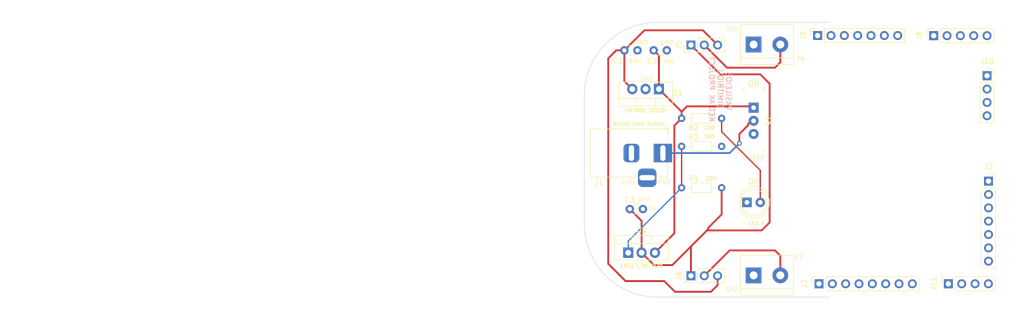
<source format=kicad_pcb>
(kicad_pcb (version 20211014) (generator pcbnew)
  (layers (0 "F.Cu" signal) (31 "B.Cu" signal) (34 "B.Paste" user) (35 "F.Paste" user) (36 "B.SilkS" user "B.Silkscreen") (37 "F.SilkS" user "F.Silkscreen") (38 "B.Mask" user) (39 "F.Mask" user) (44 "Edge.Cuts" user))
  (net 0 "")
  (net 1 "/12V")
  (net 2 "GND")
  (net 3 "/5V")
  (net 4 "/3.3V")
  (net 5 "Net-(D1-Pad2)")
  (net 6 "/PWR_INPUT")
  (net 7 "/PWR_OUT_TOP")
  (net 8 "/PWR_OUT_BOTTOM")
  (net 9 "Net-(R1-Pad1)")
  (net 12 "/Connectors/5V")
  (net 13 "/Connectors/GND")
  (net 14 "/Connectors/SCL")
  (net 15 "/Connectors/SDA")
  (net 27 "/Connectors/A0_MQ7")
  (footprint "Connector_PinSocket_2.54mm:PinSocket_1x04_P2.54mm_Vertical" (layer "F.Cu") (at 240.538 94.488 90)
    (fp_text reference "J11" (at 0 -2.77 90) (layer "F.SilkS"))
    (fp_text value "Conn_01x04_Male")
    (fp_line (start 1.33 1.27) (end 1.33 8.95) (layer "F.SilkS") (width 0.12))
    (fp_line (start -1.33 1.27) (end -1.33 8.95) (layer "F.SilkS") (width 0.12))
    (fp_line (start 0 -1.33) (end 1.33 -1.33) (layer "F.SilkS") (width 0.12))
    (fp_line (start -1.33 1.27) (end 1.33 1.27) (layer "F.SilkS") (width 0.12))
    (fp_line (start 1.33 -1.33) (end 1.33 0) (layer "F.SilkS") (width 0.12))
    (fp_line (start -1.33 8.95) (end 1.33 8.95) (layer "F.SilkS") (width 0.12))
    (pad "1" thru_hole rect locked (at 0 0 90) (size 1.7 1.7) (drill 1) (layers *.Cu *.Mask) (net 12 "/Connectors/5V"))
    (pad "2" thru_hole oval locked (at 0 2.54 90) (size 1.7 1.7) (drill 1) (layers *.Cu *.Mask) (net 13 "/Connectors/GND"))
    (pad "3" thru_hole oval locked (at 0 5.08 90) (size 1.7 1.7) (drill 1) (layers *.Cu *.Mask) (net 14 "/Connectors/SCL"))
    (pad "4" thru_hole oval locked (at 0 7.62 90) (size 1.7 1.7) (drill 1) (layers *.Cu *.Mask) (net 15 "/Connectors/SDA"))
  )
  (footprint "Capacitor_THT:C_Disc_D3.0mm_W1.6mm_P2.50mm" (layer "F.Cu") (at 184.424 50.038)
    (fp_text reference "C1" (at -0.274 2.032) (layer "F.SilkS"))
    (fp_text value "10u" (at 2.774 2.032) (layer "F.SilkS") (effects (font (size 0.7 0.7))))
    (fp_line (start 0.621 0.92) (end 1.879 0.92) (layer "F.SilkS") (width 0.12))
    (fp_line (start 0.621 -0.92) (end 1.879 -0.92) (layer "F.SilkS") (width 0.12))
    (pad "1" thru_hole circle locked (at 0 0) (size 1.6 1.6) (drill 0.8) (layers *.Cu *.Mask) (net 1 "/12V"))
    (pad "2" thru_hole circle locked (at 2.5 0) (size 1.6 1.6) (drill 0.8) (layers *.Cu *.Mask) (net 2 "GND"))
  )
  (footprint "TerminalBlock:TerminalBlock_bornier-2_P5.08mm" (layer "F.Cu") (at 203.454 92.8822)
    (fp_text reference "J7" (at 8.636 -3.4742) (layer "F.SilkS"))
    (fp_text value "Screw_Terminal_01x02" hide)
    (fp_line (start 7.62 -3.81) (end -2.54 -3.81) (layer "F.SilkS") (width 0.12))
    (fp_line (start 7.62 3.81) (end 7.62 -3.81) (layer "F.SilkS") (width 0.12))
    (fp_line (start -2.54 3.81) (end 7.62 3.81) (layer "F.SilkS") (width 0.12))
    (fp_line (start -2.54 -3.81) (end -2.54 3.81) (layer "F.SilkS") (width 0.12))
    (fp_line (start 7.62 2.54) (end -2.54 2.54) (layer "F.SilkS") (width 0.12))
    (pad "1" thru_hole rect locked (at 0 0) (size 3 3) (drill 1.52) (layers *.Cu *.Mask) (net 2 "GND"))
    (pad "2" thru_hole circle locked (at 5.08 0) (size 3 3) (drill 1.52) (layers *.Cu *.Mask) (net 8 "/PWR_OUT_BOTTOM"))
  )
  (footprint "Connector_PinSocket_2.54mm:PinSocket_1x08_P2.54mm_Vertical" (layer "F.Cu") (at 215.9 94.488 90)
    (fp_text reference "J3" (at 0 -2.77 90) (layer "F.SilkS"))
    (fp_text value "Conn_01x08_Male")
    (fp_line (start 1.33 -1.33) (end 1.33 0) (layer "F.SilkS") (width 0.12))
    (fp_line (start -1.33 19.11) (end 1.33 19.11) (layer "F.SilkS") (width 0.12))
    (fp_line (start 0 -1.33) (end 1.33 -1.33) (layer "F.SilkS") (width 0.12))
    (fp_line (start -1.33 1.27) (end -1.33 19.11) (layer "F.SilkS") (width 0.12))
    (fp_line (start 1.33 1.27) (end 1.33 19.11) (layer "F.SilkS") (width 0.12))
    (fp_line (start -1.33 1.27) (end 1.33 1.27) (layer "F.SilkS") (width 0.12))
    (pad "1" thru_hole rect locked (at 0 0 90) (size 1.7 1.7) (drill 1) (layers *.Cu *.Mask) (net 12 "/Connectors/5V"))
    (pad "2" thru_hole oval locked (at 0 2.54 90) (size 1.7 1.7) (drill 1) (layers *.Cu *.Mask) (net 13 "/Connectors/GND"))
    (pad "3" thru_hole oval locked (at 0 5.08 90) (size 1.7 1.7) (drill 1) (layers *.Cu *.Mask) (net 14 "/Connectors/SCL"))
    (pad "4" thru_hole oval locked (at 0 7.62 90) (size 1.7 1.7) (drill 1) (layers *.Cu *.Mask) (net 15 "/Connectors/SDA"))
    (pad "5" thru_hole oval locked (at 0 10.16 90) (size 1.7 1.7) (drill 1) (layers *.Cu *.Mask))
    (pad "6" thru_hole oval locked (at 0 12.7 90) (size 1.7 1.7) (drill 1) (layers *.Cu *.Mask))
    (pad "7" thru_hole oval locked (at 0 15.24 90) (size 1.7 1.7) (drill 1) (layers *.Cu *.Mask))
    (pad "8" thru_hole oval locked (at 0 17.78 90) (size 1.7 1.7) (drill 1) (layers *.Cu *.Mask))
  )
  (footprint "Resistor_THT:R_Axial_DIN0204_L3.6mm_D1.6mm_P7.62mm_Horizontal" (layer "F.Cu") (at 189.738 76.2)
    (fp_text reference "R1" (at 2.286 -1.778) (layer "F.SilkS"))
    (fp_text value "330" (at 5.588 -1.778) (layer "F.SilkS") (effects (font (size 0.7 0.7))))
    (fp_line (start 1.89 -0.92) (end 1.89 0.92) (layer "F.SilkS") (width 0.12))
    (fp_line (start 6.68 0) (end 5.73 0) (layer "F.SilkS") (width 0.12))
    (fp_line (start 5.73 0.92) (end 5.73 -0.92) (layer "F.SilkS") (width 0.12))
    (fp_line (start 5.73 -0.92) (end 1.89 -0.92) (layer "F.SilkS") (width 0.12))
    (fp_line (start 1.89 0.92) (end 5.73 0.92) (layer "F.SilkS") (width 0.12))
    (fp_line (start 0.94 0) (end 1.89 0) (layer "F.SilkS") (width 0.12))
    (pad "1" thru_hole circle locked (at 0 0) (size 1.4 1.4) (drill 0.7) (layers *.Cu *.Mask) (net 9 "Net-(R1-Pad1)"))
    (pad "2" thru_hole oval locked (at 7.62 0) (size 1.4 1.4) (drill 0.7) (layers *.Cu *.Mask) (net 4 "/3.3V"))
  )
  (footprint "Capacitor_THT:C_Disc_D3.0mm_W1.6mm_P2.50mm" (layer "F.Cu") (at 178.836 50.038)
    (fp_text reference "C2" (at -1.29 2.032) (layer "F.SilkS"))
    (fp_text value "0.1u" (at 2.012 2.032) (layer "F.SilkS") (effects (font (size 0.7 0.7))))
    (fp_line (start 0.621 -0.92) (end 1.879 -0.92) (layer "F.SilkS") (width 0.12))
    (fp_line (start 0.621 0.92) (end 1.879 0.92) (layer "F.SilkS") (width 0.12))
    (pad "1" thru_hole circle locked (at 0 0) (size 1.6 1.6) (drill 0.8) (layers *.Cu *.Mask) (net 3 "/5V"))
    (pad "2" thru_hole circle locked (at 2.5 0) (size 1.6 1.6) (drill 0.8) (layers *.Cu *.Mask) (net 2 "GND"))
  )
  (footprint "TerminalBlock:TerminalBlock_bornier-2_P5.08mm" (layer "F.Cu") (at 203.454 48.931)
    (fp_text reference "J4" (at 8.89 2.631) (layer "F.SilkS"))
    (fp_text value "Screw_Terminal_01x02" hide)
    (fp_line (start 7.62 -3.81) (end -2.54 -3.81) (layer "F.SilkS") (width 0.12))
    (fp_line (start 7.62 2.54) (end -2.54 2.54) (layer "F.SilkS") (width 0.12))
    (fp_line (start -2.54 3.81) (end 7.62 3.81) (layer "F.SilkS") (width 0.12))
    (fp_line (start -2.54 -3.81) (end -2.54 3.81) (layer "F.SilkS") (width 0.12))
    (fp_line (start 7.62 3.81) (end 7.62 -3.81) (layer "F.SilkS") (width 0.12))
    (pad "1" thru_hole rect locked (at 0 0) (size 3 3) (drill 1.52) (layers *.Cu *.Mask) (net 2 "GND"))
    (pad "2" thru_hole circle locked (at 5.08 0) (size 3 3) (drill 1.52) (layers *.Cu *.Mask) (net 7 "/PWR_OUT_TOP"))
  )
  (footprint "Connector_PinSocket_2.54mm:PinSocket_1x07_P2.54mm_Vertical" (layer "F.Cu") (at 215.646 47.219 90)
    (fp_text reference "J9" (at 0 -2.77 90) (layer "F.SilkS"))
    (fp_text value "Conn_01x07_Male")
    (fp_line (start 1.33 -1.33) (end 1.33 0) (layer "F.SilkS") (width 0.12))
    (fp_line (start -1.33 1.27) (end -1.33 16.57) (layer "F.SilkS") (width 0.12))
    (fp_line (start -1.33 16.57) (end 1.33 16.57) (layer "F.SilkS") (width 0.12))
    (fp_line (start 0 -1.33) (end 1.33 -1.33) (layer "F.SilkS") (width 0.12))
    (fp_line (start -1.33 1.27) (end 1.33 1.27) (layer "F.SilkS") (width 0.12))
    (fp_line (start 1.33 1.27) (end 1.33 16.57) (layer "F.SilkS") (width 0.12))
    (pad "1" thru_hole rect locked (at 0 0 90) (size 1.7 1.7) (drill 1) (layers *.Cu *.Mask) (net 12 "/Connectors/5V"))
    (pad "2" thru_hole oval locked (at 0 2.54 90) (size 1.7 1.7) (drill 1) (layers *.Cu *.Mask))
    (pad "3" thru_hole oval locked (at 0 5.08 90) (size 1.7 1.7) (drill 1) (layers *.Cu *.Mask) (net 13 "/Connectors/GND"))
    (pad "4" thru_hole oval locked (at 0 7.62 90) (size 1.7 1.7) (drill 1) (layers *.Cu *.Mask) (net 14 "/Connectors/SCL"))
    (pad "5" thru_hole oval locked (at 0 10.16 90) (size 1.7 1.7) (drill 1) (layers *.Cu *.Mask) (net 15 "/Connectors/SDA"))
    (pad "6" thru_hole oval locked (at 0 12.7 90) (size 1.7 1.7) (drill 1) (layers *.Cu *.Mask))
    (pad "7" thru_hole oval locked (at 0 15.24 90) (size 1.7 1.7) (drill 1) (layers *.Cu *.Mask))
  )
  (footprint "Capacitor_THT:C_Disc_D3.0mm_W1.6mm_P2.50mm" (layer "F.Cu") (at 179.872 80.264)
    (fp_text reference "C3" (at -0.04 -1.778) (layer "F.SilkS"))
    (fp_text value "1u" (at 4.278 -0.254) (layer "F.SilkS") (effects (font (size 0.7 0.7))))
    (fp_line (start 0.621 -0.92) (end 1.879 -0.92) (layer "F.SilkS") (width 0.12))
    (fp_line (start 0.621 0.92) (end 1.879 0.92) (layer "F.SilkS") (width 0.12))
    (pad "1" thru_hole circle locked (at 0 0) (size 1.6 1.6) (drill 0.8) (layers *.Cu *.Mask) (net 4 "/3.3V"))
    (pad "2" thru_hole circle locked (at 2.5 0) (size 1.6 1.6) (drill 0.8) (layers *.Cu *.Mask) (net 2 "GND"))
  )
  (footprint "LED_THT:LED_D5.0mm" (layer "F.Cu") (at 202.179 78.994)
    (fp_text reference "D1" (at 1.27 -3.96) (layer "F.SilkS"))
    (fp_text value "LED" (at 1.27 3.96) (layer "F.SilkS") (effects (font (size 0.7 0.7))))
    (fp_line (start -1.29 -1.545) (end -1.29 1.545) (layer "F.SilkS") (width 0.12))
    (fp_arc (start 4.26 -0.000462) (mid 2.072002 2.880433) (end -1.29 1.54483) (layer "F.SilkS") (width 0.12))
    (fp_arc (start -1.29 -1.54483) (mid 2.072002 -2.880433) (end 4.26 0.000462) (layer "F.SilkS") (width 0.12))
    (fp_circle (center 1.27 0) (end 3.77 0) (layer "F.SilkS") (width 0.12) (fill none))
    (pad "1" thru_hole rect locked (at 0 0) (size 1.8 1.8) (drill 0.9) (layers *.Cu *.Mask) (net 2 "GND"))
    (pad "2" thru_hole circle locked (at 2.54 0) (size 1.8 1.8) (drill 0.9) (layers *.Cu *.Mask) (net 5 "Net-(D1-Pad2)"))
  )
  (footprint "Package_TO_SOT_THT:TO-220-3_Vertical" (layer "F.Cu") (at 185.42 57.404 180)
    (fp_text reference "U1" (at -3.556 -0.762) (layer "F.SilkS"))
    (fp_text value "LM7805_TO220" (at 2.54 -4.064) (layer "F.SilkS") (effects (font (size 0.7 0.7))))
    (fp_line (start -2.58 -3.27) (end -2.58 1.371) (layer "F.SilkS") (width 0.12))
    (fp_line (start -2.58 -1.76) (end 7.66 -1.76) (layer "F.SilkS") (width 0.12))
    (fp_line (start -2.58 1.371) (end 7.66 1.371) (layer "F.SilkS") (width 0.12))
    (fp_line (start 7.66 -3.27) (end 7.66 1.371) (layer "F.SilkS") (width 0.12))
    (fp_line (start 0.69 -3.27) (end 0.69 -1.76) (layer "F.SilkS") (width 0.12))
    (fp_line (start 4.391 -3.27) (end 4.391 -1.76) (layer "F.SilkS") (width 0.12))
    (fp_line (start -2.58 -3.27) (end 7.66 -3.27) (layer "F.SilkS") (width 0.12))
    (pad "1" thru_hole rect locked (at 0 0 180) (size 1.905 2) (drill 1.1) (layers *.Cu *.Mask) (net 1 "/12V"))
    (pad "2" thru_hole oval locked (at 2.54 0 180) (size 1.905 2) (drill 1.1) (layers *.Cu *.Mask) (net 2 "GND"))
    (pad "3" thru_hole oval locked (at 5.08 0 180) (size 1.905 2) (drill 1.1) (layers *.Cu *.Mask) (net 3 "/5V"))
  )
  (footprint "Resistor_THT:R_Axial_DIN0204_L3.6mm_D1.6mm_P7.62mm_Horizontal" (layer "F.Cu") (at 197.358 68.326 180)
    (fp_text reference "R3" (at 5.334 1.778) (layer "F.SilkS"))
    (fp_text value "560" (at 2.286 1.92) (layer "F.SilkS") (effects (font (size 0.7 0.7))))
    (fp_line (start 6.68 0) (end 5.73 0) (layer "F.SilkS") (width 0.12))
    (fp_line (start 5.73 -0.92) (end 1.89 -0.92) (layer "F.SilkS") (width 0.12))
    (fp_line (start 1.89 -0.92) (end 1.89 0.92) (layer "F.SilkS") (width 0.12))
    (fp_line (start 0.94 0) (end 1.89 0) (layer "F.SilkS") (width 0.12))
    (fp_line (start 5.73 0.92) (end 5.73 -0.92) (layer "F.SilkS") (width 0.12))
    (fp_line (start 1.89 0.92) (end 5.73 0.92) (layer "F.SilkS") (width 0.12))
    (pad "1" thru_hole circle locked (at 0 0 180) (size 1.4 1.4) (drill 0.7) (layers *.Cu *.Mask) (net 2 "GND"))
    (pad "2" thru_hole oval locked (at 7.62 0 180) (size 1.4 1.4) (drill 0.7) (layers *.Cu *.Mask) (net 9 "Net-(R1-Pad1)"))
  )
  (footprint "Resistor_THT:R_Axial_DIN0204_L3.6mm_D1.6mm_P7.62mm_Horizontal" (layer "F.Cu") (at 197.358 62.992 180)
    (fp_text reference "R2" (at 5.334 -1.778) (layer "F.SilkS"))
    (fp_text value "330" (at 2.286 -1.778) (layer "F.SilkS") (effects (font (size 0.7 0.7))))
    (fp_line (start 1.89 0.92) (end 5.73 0.92) (layer "F.SilkS") (width 0.12))
    (fp_line (start 5.73 -0.92) (end 1.89 -0.92) (layer "F.SilkS") (width 0.12))
    (fp_line (start 0.94 0) (end 1.89 0) (layer "F.SilkS") (width 0.12))
    (fp_line (start 6.68 0) (end 5.73 0) (layer "F.SilkS") (width 0.12))
    (fp_line (start 5.73 0.92) (end 5.73 -0.92) (layer "F.SilkS") (width 0.12))
    (fp_line (start 1.89 -0.92) (end 1.89 0.92) (layer "F.SilkS") (width 0.12))
    (pad "1" thru_hole circle locked (at 0 0 180) (size 1.4 1.4) (drill 0.7) (layers *.Cu *.Mask) (net 5 "Net-(D1-Pad2)"))
    (pad "2" thru_hole oval locked (at 7.62 0 180) (size 1.4 1.4) (drill 0.7) (layers *.Cu *.Mask) (net 1 "/12V"))
  )
  (footprint "Connector_PinHeader_2.54mm:PinHeader_1x03_P2.54mm_Vertical" (layer "F.Cu") (at 191.516 49.022 90)
    (fp_text reference "J5" (at 0 -2.33 90) (layer "F.SilkS"))
    (fp_text value "Conn_01x03_Male" hide)
    (fp_line (start -1.33 1.27) (end -1.33 6.41) (layer "F.SilkS") (width 0.12))
    (fp_line (start -1.33 -1.33) (end 0 -1.33) (layer "F.SilkS") (width 0.12))
    (fp_line (start -1.33 0) (end -1.33 -1.33) (layer "F.SilkS") (width 0.12))
    (fp_line (start 1.33 1.27) (end 1.33 6.41) (layer "F.SilkS") (width 0.12))
    (fp_line (start -1.33 6.41) (end 1.33 6.41) (layer "F.SilkS") (width 0.12))
    (fp_line (start -1.33 1.27) (end 1.33 1.27) (layer "F.SilkS") (width 0.12))
    (pad "1" thru_hole rect locked (at 0 0 90) (size 1.7 1.7) (drill 1) (layers *.Cu *.Mask) (net 4 "/3.3V"))
    (pad "2" thru_hole oval locked (at 0 2.54 90) (size 1.7 1.7) (drill 1) (layers *.Cu *.Mask) (net 7 "/PWR_OUT_TOP"))
    (pad "3" thru_hole oval locked (at 0 5.08 90) (size 1.7 1.7) (drill 1) (layers *.Cu *.Mask) (net 3 "/5V"))
  )
  (footprint "digkey_slide_switch:Switch_Slide_11.6x4mm_EG1218" (layer "F.Cu") (at 203.454 60.96 -90)
    (fp_text reference "S1" (at 2.49 -3.02 -90) (layer "F.SilkS"))
    (fp_text value "EG1218")
    (fp_line (start -3.6 2.1) (end -3.1 2.1) (layer "F.SilkS") (width 0.1))
    (fp_line (start 8.3 -2.1) (end 8.3 -1.6) (layer "F.SilkS") (width 0.1))
    (fp_line (start 8.3 2.1) (end 8.3 1.6) (layer "F.SilkS") (width 0.1))
    (fp_line (start 8.3 -2.1) (end 7.8 -2.1) (layer "F.SilkS") (width 0.1))
    (fp_line (start 8.3 2.1) (end 7.8 2.1) (layer "F.SilkS") (width 0.1))
    (fp_line (start -3.6 -2.1) (end -3.6 -1.6) (layer "F.SilkS") (width 0.1))
    (fp_line (start -3.6 -2.1) (end -3.1 -2.1) (layer "F.SilkS") (width 0.1))
    (fp_line (start -3.6 2.1) (end -3.6 1.6) (layer "F.SilkS") (width 0.1))
    (pad "1" thru_hole rect locked (at 0 0 270) (size 1.9 1.9) (drill 0.9) (layers *.Cu *.Mask) (net 1 "/12V"))
    (pad "2" thru_hole circle locked (at 2.5 0 270) (size 1.9 1.9) (drill 0.9) (layers *.Cu *.Mask) (net 6 "/PWR_INPUT"))
    (pad "3" thru_hole circle locked (at 5 0 270) (size 1.9 1.9) (drill 0.9) (layers *.Cu *.Mask))
  )
  (footprint "Connector_PinSocket_2.54mm:PinSocket_1x04_P2.54mm_Vertical" (layer "F.Cu") (at 247.904 54.874)
    (fp_text reference "J10" (at 0 -2.77) (layer "F.SilkS"))
    (fp_text value "Conn_01x04_Male")
    (fp_line (start -1.33 1.27) (end 1.33 1.27) (layer "F.SilkS") (width 0.12))
    (fp_line (start -1.33 1.27) (end -1.33 8.95) (layer "F.SilkS") (width 0.12))
    (fp_line (start 1.33 -1.33) (end 1.33 0) (layer "F.SilkS") (width 0.12))
    (fp_line (start -1.33 8.95) (end 1.33 8.95) (layer "F.SilkS") (width 0.12))
    (fp_line (start 1.33 1.27) (end 1.33 8.95) (layer "F.SilkS") (width 0.12))
    (fp_line (start 0 -1.33) (end 1.33 -1.33) (layer "F.SilkS") (width 0.12))
    (pad "1" thru_hole rect locked (at 0 0) (size 1.7 1.7) (drill 1) (layers *.Cu *.Mask) (net 12 "/Connectors/5V"))
    (pad "2" thru_hole oval locked (at 0 2.54) (size 1.7 1.7) (drill 1) (layers *.Cu *.Mask) (net 13 "/Connectors/GND"))
    (pad "3" thru_hole oval locked (at 0 5.08) (size 1.7 1.7) (drill 1) (layers *.Cu *.Mask))
    (pad "4" thru_hole oval locked (at 0 7.62) (size 1.7 1.7) (drill 1) (layers *.Cu *.Mask) (net 27 "/Connectors/A0_MQ7"))
  )
  (footprint "Connector_PinHeader_2.54mm:PinHeader_1x03_P2.54mm_Vertical" (layer "F.Cu") (at 191.516 92.964 90)
    (fp_text reference "J6" (at 0 -2.33 90) (layer "F.SilkS"))
    (fp_text value "Conn_01x03_Male" hide)
    (fp_line (start -1.33 1.27) (end -1.33 6.41) (layer "F.SilkS") (width 0.12))
    (fp_line (start -1.33 -1.33) (end 0 -1.33) (layer "F.SilkS") (width 0.12))
    (fp_line (start -1.33 6.41) (end 1.33 6.41) (layer "F.SilkS") (width 0.12))
    (fp_line (start -1.33 1.27) (end 1.33 1.27) (layer "F.SilkS") (width 0.12))
    (fp_line (start -1.33 0) (end -1.33 -1.33) (layer "F.SilkS") (width 0.12))
    (fp_line (start 1.33 1.27) (end 1.33 6.41) (layer "F.SilkS") (width 0.12))
    (pad "1" thru_hole rect locked (at 0 0 90) (size 1.7 1.7) (drill 1) (layers *.Cu *.Mask) (net 4 "/3.3V"))
    (pad "2" thru_hole oval locked (at 0 2.54 90) (size 1.7 1.7) (drill 1) (layers *.Cu *.Mask) (net 8 "/PWR_OUT_BOTTOM"))
    (pad "3" thru_hole oval locked (at 0 5.08 90) (size 1.7 1.7) (drill 1) (layers *.Cu *.Mask) (net 3 "/5V"))
  )
  (footprint "Connector_PinSocket_2.54mm:PinSocket_1x07_P2.54mm_Vertical" (layer "F.Cu") (at 248.183 74.95)
    (fp_text reference "J2" (at 0 -2.77) (layer "F.SilkS"))
    (fp_text value "Conn_01x07_Male")
    (fp_line (start 1.33 1.27) (end 1.33 16.57) (layer "F.SilkS") (width 0.12))
    (fp_line (start -1.33 1.27) (end 1.33 1.27) (layer "F.SilkS") (width 0.12))
    (fp_line (start 0 -1.33) (end 1.33 -1.33) (layer "F.SilkS") (width 0.12))
    (fp_line (start -1.33 16.57) (end 1.33 16.57) (layer "F.SilkS") (width 0.12))
    (fp_line (start -1.33 1.27) (end -1.33 16.57) (layer "F.SilkS") (width 0.12))
    (fp_line (start 1.33 -1.33) (end 1.33 0) (layer "F.SilkS") (width 0.12))
    (pad "1" thru_hole rect locked (at 0 0) (size 1.7 1.7) (drill 1) (layers *.Cu *.Mask) (net 12 "/Connectors/5V"))
    (pad "2" thru_hole oval locked (at 0 2.54) (size 1.7 1.7) (drill 1) (layers *.Cu *.Mask))
    (pad "3" thru_hole oval locked (at 0 5.08) (size 1.7 1.7) (drill 1) (layers *.Cu *.Mask) (net 13 "/Connectors/GND"))
    (pad "4" thru_hole oval locked (at 0 7.62) (size 1.7 1.7) (drill 1) (layers *.Cu *.Mask) (net 14 "/Connectors/SCL"))
    (pad "5" thru_hole oval locked (at 0 10.16) (size 1.7 1.7) (drill 1) (layers *.Cu *.Mask))
    (pad "6" thru_hole oval locked (at 0 12.7) (size 1.7 1.7) (drill 1) (layers *.Cu *.Mask) (net 15 "/Connectors/SDA"))
    (pad "7" thru_hole oval locked (at 0 15.24) (size 1.7 1.7) (drill 1) (layers *.Cu *.Mask))
  )
  (footprint "Package_TO_SOT_THT:TO-220-3_Vertical" (layer "F.Cu") (at 179.578 88.575)
    (fp_text reference "U2" (at 2.54 -4.27) (layer "F.SilkS"))
    (fp_text value "LM317_TO-220" (at 2.54 2.5) (layer "F.SilkS") (effects (font (size 0.7 0.7))))
    (fp_line (start 0.69 -3.27) (end 0.69 -1.76) (layer "F.SilkS") (width 0.12))
    (fp_line (start -2.58 -3.27) (end 7.66 -3.27) (layer "F.SilkS") (width 0.12))
    (fp_line (start 4.391 -3.27) (end 4.391 -1.76) (layer "F.SilkS") (width 0.12))
    (fp_line (start -2.58 1.371) (end 7.66 1.371) (layer "F.SilkS") (width 0.12))
    (fp_line (start -2.58 -1.76) (end 7.66 -1.76) (layer "F.SilkS") (width 0.12))
    (fp_line (start 7.66 -3.27) (end 7.66 1.371) (layer "F.SilkS") (width 0.12))
    (fp_line (start -2.58 -3.27) (end -2.58 1.371) (layer "F.SilkS") (width 0.12))
    (pad "1" thru_hole rect locked (at 0 0) (size 1.905 2) (drill 1.1) (layers *.Cu *.Mask) (net 9 "Net-(R1-Pad1)"))
    (pad "2" thru_hole oval locked (at 2.54 0) (size 1.905 2) (drill 1.1) (layers *.Cu *.Mask) (net 4 "/3.3V"))
    (pad "3" thru_hole oval locked (at 5.08 0) (size 1.905 2) (drill 1.1) (layers *.Cu *.Mask) (net 1 "/12V"))
  )
  (footprint "Connector_PinSocket_2.54mm:PinSocket_1x05_P2.54mm_Vertical" (layer "F.Cu") (at 237.744 47.244 90)
    (fp_text reference "J8" (at 0 -2.77 90) (layer "F.SilkS"))
    (fp_text value "Conn_01x05_Male")
    (fp_line (start -1.33 1.27) (end 1.33 1.27) (layer "F.SilkS") (width 0.12))
    (fp_line (start 0 -1.33) (end 1.33 -1.33) (layer "F.SilkS") (width 0.12))
    (fp_line (start 1.33 1.27) (end 1.33 11.49) (layer "F.SilkS") (width 0.12))
    (fp_line (start -1.33 11.49) (end 1.33 11.49) (layer "F.SilkS") (width 0.12))
    (fp_line (start -1.33 1.27) (end -1.33 11.49) (layer "F.SilkS") (width 0.12))
    (fp_line (start 1.33 -1.33) (end 1.33 0) (layer "F.SilkS") (width 0.12))
    (pad "1" thru_hole rect locked (at 0 0 90) (size 1.7 1.7) (drill 1) (layers *.Cu *.Mask) (net 12 "/Connectors/5V"))
    (pad "2" thru_hole oval locked (at 0 2.54 90) (size 1.7 1.7) (drill 1) (layers *.Cu *.Mask))
    (pad "3" thru_hole oval locked (at 0 5.08 90) (size 1.7 1.7) (drill 1) (layers *.Cu *.Mask) (net 13 "/Connectors/GND"))
    (pad "4" thru_hole oval locked (at 0 7.62 90) (size 1.7 1.7) (drill 1) (layers *.Cu *.Mask) (net 14 "/Connectors/SCL"))
    (pad "5" thru_hole oval locked (at 0 10.16 90) (size 1.7 1.7) (drill 1) (layers *.Cu *.Mask) (net 15 "/Connectors/SDA"))
  )
  (footprint "Connector_BarrelJack:BarrelJack_Horizontal" (layer "F.Cu") (at 186.182 69.596)
    (fp_text reference "J1" (at -12.192 5.75) (layer "F.SilkS"))
    (fp_text value "Barrel_Jack_Switch" (at -4.572 -5.588) (layer "F.SilkS") (effects (font (size 0.7 0.7))))
    (fp_line (start -13.8 4.6) (end -13.8 -4.6) (layer "F.SilkS") (width 0.12))
    (fp_line (start 0.9 1.9) (end 0.9 4.6) (layer "F.SilkS") (width 0.12))
    (fp_line (start -5 4.6) (end -13.8 4.6) (layer "F.SilkS") (width 0.12))
    (fp_line (start 1.1 -3.75) (end 1.1 -4.8) (layer "F.SilkS") (width 0.12))
    (fp_line (start 0.05 -4.8) (end 1.1 -4.8) (layer "F.SilkS") (width 0.12))
    (fp_line (start 0.9 -4.6) (end 0.9 -2) (layer "F.SilkS") (width 0.12))
    (fp_line (start -13.8 -4.6) (end 0.9 -4.6) (layer "F.SilkS") (width 0.12))
    (fp_line (start 0.9 4.6) (end -1 4.6) (layer "F.SilkS") (width 0.12))
    (pad "1" thru_hole rect locked (at 0 0) (size 3.5 3.5) (drill oval 1 3) (layers *.Cu *.Mask) (net 6 "/PWR_INPUT"))
    (pad "2" thru_hole roundrect locked (at -6 0) (size 3 3.5) (drill oval 1 3) (layers *.Cu *.Mask) (net 2 "GND"))
    (pad "3" thru_hole roundrect locked (at -3 4.7) (size 3.5 3.5) (drill oval 3 1) (layers *.Cu *.Mask) (net 2 "GND"))
  )
  (gr_line (start 171.196 83.058) (end 171.196 58.674) (layer "Edge.Cuts") (width 0.1))
  (gr_arc (start 185.166 97.028) (mid 175.287718 92.936282) (end 171.196 83.058) (layer "Edge.Cuts") (width 0.1))
  (gr_arc (start 171.196 58.674) (mid 175.377918 48.706335) (end 185.419958 44.706309) (layer "Edge.Cuts") (width 0.1))
  (gr_line (start 217.932 97.028) (end 185.166 97.028) (layer "Edge.Cuts") (width 0.1))
  (gr_line (start 217.932 44.704) (end 185.419958 44.706309) (layer "Edge.Cuts") (width 0.1))
  (gr_text "VASILEIOS \nDIMITRIOU\nKEDIAK PROJECT" (at 197.104 57.404 270) (layer "B.SilkS") (effects (font (size 1 1)) (justify mirror)))
  (gr_text "-" (at 201.676 82.804) (layer "F.SilkS") (effects (font (size 1 1))))
  (gr_text "GND" (at 186.436 75.184) (layer "F.SilkS") (effects (font (size 0.8 0.8) (thickness 0.1))))
  (gr_text "GND" (at 183.134 55.372) (layer "F.SilkS") (effects (font (size 0.8 0.8) (thickness 0.1))))
  (gr_text "GND" (at 199.39 45.974) (layer "F.SilkS") (effects (font (size 0.8 0.8) (thickness 0.1))))
  (gr_text "GND" (at 179.578 75.184) (layer "F.SilkS") (effects (font (size 0.8 0.8) (thickness 0.1))))
  (gr_text "+" (at 205.232 82.804) (layer "F.SilkS") (effects (font (size 1 1))))
  (gr_text "OFF" (at 204.216 70.612) (layer "F.SilkS") (effects (font (size 1 1))))
  (gr_text "GND" (at 199.39 95.504) (layer "F.SilkS") (effects (font (size 0.8 0.8) (thickness 0.1))))
  (gr_text "ON" (at 203.454 56.388) (layer "F.SilkS") (effects (font (size 1 1))))
  (gr_text "GND" (at 182.118 48.514) (layer "F.SilkS") (effects (font (size 0.8 0.8) (thickness 0.1))))
  (gr_text "GND" (at 182.626 78.486) (layer "F.SilkS") (effects (font (size 0.8 0.8) (thickness 0.1))))
  (gr_text "GND" (at 186.944 48.514) (layer "F.SilkS") (effects (font (size 0.8 0.8) (thickness 0.1))))
  (segment (start 203.2 60.706) (end 203.454 60.96) (width 0.35) (layer "F.Cu") (net 1))
  (segment (start 185.42 57.404) (end 185.42 51.034) (width 0.35) (layer "F.Cu") (net 1))
  (segment (start 189.738 61.722) (end 190.754 60.706) (width 0.35) (layer "F.Cu") (net 1))
  (segment (start 185.42 57.404) (end 189.738 61.722) (width 0.35) (layer "F.Cu") (net 1))
  (segment (start 188.356511 84.876489) (end 184.658 88.575) (width 0.35) (layer "F.Cu") (net 1))
  (segment (start 185.42 51.034) (end 184.424 50.038) (width 0.35) (layer "F.Cu") (net 1))
  (segment (start 189.738 61.722) (end 189.738 62.992) (width 0.35) (layer "F.Cu") (net 1))
  (segment (start 190.754 60.706) (end 203.2 60.706) (width 0.35) (layer "F.Cu") (net 1))
  (segment (start 188.356511 64.373489) (end 188.356511 84.876489) (width 0.35) (layer "F.Cu") (net 1))
  (segment (start 189.738 62.992) (end 188.356511 64.373489) (width 0.35) (layer "F.Cu") (net 1))
  (segment (start 196.596 94.742) (end 196.596 92.964) (width 0.35) (layer "F.Cu") (net 3))
  (segment (start 178.836 50.038) (end 177.292 50.038) (width 0.35) (layer "F.Cu") (net 3))
  (segment (start 178.836 50.038) (end 178.836 55.9) (width 0.35) (layer "F.Cu") (net 3))
  (segment (start 182.646 46.228) (end 193.802 46.228) (width 0.35) (layer "F.Cu") (net 3))
  (segment (start 178.836 55.9) (end 180.34 57.404) (width 0.35) (layer "F.Cu") (net 3))
  (segment (start 178.836 50.038) (end 182.646 46.228) (width 0.35) (layer "F.Cu") (net 3))
  (segment (start 175.768 90.678) (end 179.07 93.98) (width 0.35) (layer "F.Cu") (net 3))
  (segment (start 179.07 93.98) (end 186.436 93.98) (width 0.35) (layer "F.Cu") (net 3))
  (segment (start 188.468 96.012) (end 195.326 96.012) (width 0.35) (layer "F.Cu") (net 3))
  (segment (start 186.436 93.98) (end 188.468 96.012) (width 0.35) (layer "F.Cu") (net 3))
  (segment (start 193.802 46.228) (end 196.596 49.022) (width 0.35) (layer "F.Cu") (net 3))
  (segment (start 177.292 50.038) (end 175.768 51.562) (width 0.35) (layer "F.Cu") (net 3))
  (segment (start 175.768 51.562) (end 175.768 90.678) (width 0.35) (layer "F.Cu") (net 3))
  (segment (start 195.326 96.012) (end 196.596 94.742) (width 0.35) (layer "F.Cu") (net 3))
  (segment (start 184.475 90.932) (end 187.96 90.932) (width 0.35) (layer "F.Cu") (net 4))
  (segment (start 204.724 54.61) (end 206.502 56.388) (width 0.35) (layer "F.Cu") (net 4))
  (segment (start 197.104 54.61) (end 204.724 54.61) (width 0.35) (layer "F.Cu") (net 4))
  (segment (start 182.118 82.51) (end 182.118 88.575) (width 0.35) (layer "F.Cu") (net 4))
  (segment (start 187.96 90.932) (end 191.516 87.376) (width 0.35) (layer "F.Cu") (net 4))
  (segment (start 194.818 84.074) (end 194.818 83.82) (width 0.35) (layer "F.Cu") (net 4))
  (segment (start 194.564 84.328) (end 191.516 87.376) (width 0.35) (layer "F.Cu") (net 4))
  (segment (start 191.516 49.022) (end 197.104 54.61) (width 0.35) (layer "F.Cu") (net 4))
  (segment (start 206.502 56.388) (end 206.502 82.804) (width 0.35) (layer "F.Cu") (net 4))
  (segment (start 179.872 80.264) (end 182.118 82.51) (width 0.35) (layer "F.Cu") (net 4))
  (segment (start 197.358 76.2) (end 197.358 81.28) (width 0.35) (layer "F.Cu") (net 4))
  (segment (start 197.358 81.28) (end 194.818 83.82) (width 0.35) (layer "F.Cu") (net 4))
  (segment (start 191.516 87.376) (end 191.516 92.964) (width 0.35) (layer "F.Cu") (net 4))
  (segment (start 204.978 84.328) (end 194.564 84.328) (width 0.35) (layer "F.Cu") (net 4))
  (segment (start 194.564 84.328) (end 194.818 84.074) (width 0.35) (layer "F.Cu") (net 4))
  (segment (start 206.502 82.804) (end 204.978 84.328) (width 0.35) (layer "F.Cu") (net 4))
  (segment (start 182.118 88.575) (end 184.475 90.932) (width 0.35) (layer "F.Cu") (net 4))
  (segment (start 204.719 72.893) (end 197.358 65.532) (width 0.25) (layer "F.Cu") (net 5))
  (segment (start 204.719 78.994) (end 204.719 72.893) (width 0.25) (layer "F.Cu") (net 5))
  (segment (start 197.358 65.532) (end 197.358 62.992) (width 0.25) (layer "F.Cu") (net 5))
  (segment (start 202.986 63.46) (end 203.454 63.46) (width 0.35) (layer "F.Cu") (net 6))
  (segment (start 200.73501 67.74299) (end 200.73501 65.96499) (width 0.35) (layer "F.Cu") (net 6))
  (segment (start 202.438 64.008) (end 202.986 63.46) (width 0.35) (layer "F.Cu") (net 6))
  (segment (start 202.438 64.262) (end 202.438 64.008) (width 0.35) (layer "F.Cu") (net 6))
  (segment (start 200.73501 65.96499) (end 202.438 64.262) (width 0.35) (layer "F.Cu") (net 6))
  (via (at 200.73501 67.74299) (size 0.9) (drill 0.5) (layers "F.Cu" "B.Cu") (net 6))
  (segment (start 200.73501 67.74299) (end 198.882 69.596) (width 0.35) (layer "B.Cu") (net 6))
  (segment (start 198.882 69.596) (end 186.182 69.596) (width 0.35) (layer "B.Cu") (net 6))
  (segment (start 208.874 49.271) (end 208.534 48.931) (width 0.35) (layer "F.Cu") (net 7))
  (segment (start 207.518 53.34) (end 208.534 52.324) (width 0.35) (layer "F.Cu") (net 7))
  (segment (start 194.056 49.022) (end 198.374 53.34) (width 0.35) (layer "F.Cu") (net 7))
  (segment (start 198.374 53.34) (end 207.518 53.34) (width 0.35) (layer "F.Cu") (net 7))
  (segment (start 208.534 52.324) (end 208.534 48.931) (width 0.35) (layer "F.Cu") (net 7))
  (segment (start 194.056 92.964) (end 198.882 88.138) (width 0.35) (layer "F.Cu") (net 8))
  (segment (start 208.534 89.154) (end 207.518 88.138) (width 0.35) (layer "F.Cu") (net 8))
  (segment (start 208.534 92.8822) (end 208.534 89.154) (width 0.35) (layer "F.Cu") (net 8))
  (segment (start 198.882 88.138) (end 207.518 88.138) (width 0.35) (layer "F.Cu") (net 8))
  (segment (start 189.738 68.326) (end 189.738 76.2) (width 0.25) (layer "F.Cu") (net 9))
  (segment (start 179.578 88.575) (end 179.578 86.36) (width 0.25) (layer "B.Cu") (net 9))
  (segment (start 179.578 86.36) (end 189.738 76.2) (width 0.25) (layer "B.Cu") (net 9))
)
</source>
